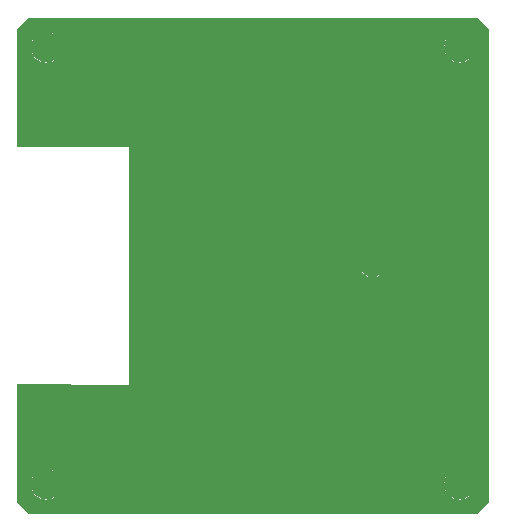
<source format=gtl>
G04 #@! TF.GenerationSoftware,KiCad,Pcbnew,7.0.7*
G04 #@! TF.CreationDate,2023-11-07T16:37:13+01:00*
G04 #@! TF.ProjectId,semkicker_gndplanes,73656d6b-6963-46b6-9572-5f676e64706c,rev?*
G04 #@! TF.SameCoordinates,Original*
G04 #@! TF.FileFunction,Copper,L1,Top*
G04 #@! TF.FilePolarity,Positive*
%FSLAX46Y46*%
G04 Gerber Fmt 4.6, Leading zero omitted, Abs format (unit mm)*
G04 Created by KiCad (PCBNEW 7.0.7) date 2023-11-07 16:37:13*
%MOMM*%
%LPD*%
G01*
G04 APERTURE LIST*
G04 #@! TA.AperFunction,ViaPad*
%ADD10C,0.800000*%
G04 #@! TD*
G04 APERTURE END LIST*
D10*
X176300000Y-104000000D03*
X180300000Y-104000000D03*
X179300000Y-104000000D03*
X175300000Y-104000000D03*
X178300000Y-104000000D03*
X181300000Y-104000000D03*
X174300000Y-104000000D03*
X177300000Y-104000000D03*
X173300000Y-104000000D03*
X176300000Y-92100000D03*
X180300000Y-92100000D03*
X179300000Y-92100000D03*
X175300000Y-92100000D03*
X178300000Y-92100000D03*
X181300000Y-92100000D03*
X174300000Y-92100000D03*
X177300000Y-92100000D03*
X173300000Y-92100000D03*
X158300000Y-102000000D03*
X158300000Y-107000000D03*
X158300000Y-101000000D03*
X158300000Y-103000000D03*
X158300000Y-108000000D03*
X158300000Y-109000000D03*
X158300000Y-104000000D03*
X158300000Y-105000000D03*
X158300000Y-106000000D03*
X172300000Y-102000000D03*
X172300000Y-107000000D03*
X172300000Y-101000000D03*
X172300000Y-103000000D03*
X172300000Y-108000000D03*
X172300000Y-109000000D03*
X172300000Y-104000000D03*
X172300000Y-105000000D03*
X172300000Y-106000000D03*
X172300000Y-88100000D03*
X172300000Y-93100000D03*
X172300000Y-87100000D03*
X172300000Y-89100000D03*
X172300000Y-94100000D03*
X172300000Y-95100000D03*
X172300000Y-90100000D03*
X172300000Y-91100000D03*
X172300000Y-92100000D03*
X158300000Y-88100000D03*
X158300000Y-93100000D03*
X158300000Y-87100000D03*
X158300000Y-89100000D03*
X158300000Y-94100000D03*
X158300000Y-95100000D03*
X158300000Y-90100000D03*
X158300000Y-91100000D03*
X158300000Y-92100000D03*
X182300000Y-116000000D03*
X180300000Y-108000000D03*
X163300000Y-118000000D03*
X186300000Y-89000000D03*
X172300000Y-110000000D03*
X167300000Y-114000000D03*
X172300000Y-100000000D03*
X169300000Y-82000000D03*
X182300000Y-85000000D03*
X186300000Y-98000000D03*
X169300000Y-118000000D03*
X155300000Y-110000000D03*
X186300000Y-111000000D03*
X169300000Y-86000000D03*
X152300000Y-80000000D03*
X180300000Y-118000000D03*
X182300000Y-117000000D03*
X165300000Y-118000000D03*
X178300000Y-78000000D03*
X165300000Y-78000000D03*
X169300000Y-78000000D03*
X154300000Y-110000000D03*
X167300000Y-110000000D03*
X166300000Y-110000000D03*
X166300000Y-100000000D03*
X170300000Y-82000000D03*
X182300000Y-108000000D03*
X154300000Y-78000000D03*
X182300000Y-111000000D03*
X186300000Y-101000000D03*
X156300000Y-118000000D03*
X186300000Y-103000000D03*
X182300000Y-99000000D03*
X177300000Y-86000000D03*
X166300000Y-96000000D03*
X186300000Y-100000000D03*
X182300000Y-89000000D03*
X172300000Y-78000000D03*
X161300000Y-100000000D03*
X168300000Y-110000000D03*
X153300000Y-82000000D03*
X168300000Y-96000000D03*
X150300000Y-114000000D03*
X186300000Y-82000000D03*
X168300000Y-86000000D03*
X173300000Y-114000000D03*
X176300000Y-82000000D03*
X179300000Y-118000000D03*
X182300000Y-94000000D03*
X148300000Y-83000000D03*
X167300000Y-118000000D03*
X182300000Y-109000000D03*
X166300000Y-82000000D03*
X171300000Y-96000000D03*
X186300000Y-91000000D03*
X172300000Y-96000000D03*
X159300000Y-78000000D03*
X186300000Y-83000000D03*
X174300000Y-110000000D03*
X177300000Y-78000000D03*
X163300000Y-114000000D03*
X158300000Y-97000000D03*
X182300000Y-96000000D03*
X164300000Y-86000000D03*
X162300000Y-82000000D03*
X151300000Y-82000000D03*
X184300000Y-82000000D03*
X181300000Y-82000000D03*
X186300000Y-87000000D03*
X177300000Y-118000000D03*
X152300000Y-109000000D03*
X167300000Y-86000000D03*
X182300000Y-98000000D03*
X186300000Y-88000000D03*
X165300000Y-110000000D03*
X173300000Y-86000000D03*
X152300000Y-82000000D03*
X186300000Y-90000000D03*
X182300000Y-95000000D03*
X176300000Y-86000000D03*
X159300000Y-96000000D03*
X158300000Y-86000000D03*
X158300000Y-118000000D03*
X164300000Y-118000000D03*
X152300000Y-79000000D03*
X175300000Y-86000000D03*
X164300000Y-110000000D03*
X182300000Y-80000000D03*
X163300000Y-78000000D03*
X179300000Y-87000000D03*
X161300000Y-78000000D03*
X186300000Y-104000000D03*
X182300000Y-107000000D03*
X148300000Y-111000000D03*
X170300000Y-96000000D03*
X163300000Y-114000000D03*
X178300000Y-110000000D03*
X182300000Y-102000000D03*
X173300000Y-118000000D03*
X171300000Y-82000000D03*
X152300000Y-117000000D03*
X161300000Y-96000000D03*
X148300000Y-84000000D03*
X182300000Y-118000000D03*
X169300000Y-96000000D03*
X152300000Y-116000000D03*
X182300000Y-81000000D03*
X180300000Y-114000000D03*
X185300000Y-82000000D03*
X182300000Y-87000000D03*
X178300000Y-114000000D03*
X186300000Y-108000000D03*
X162300000Y-78000000D03*
X148300000Y-110000000D03*
X159300000Y-114000000D03*
X168300000Y-118000000D03*
X186300000Y-97000000D03*
X160300000Y-100000000D03*
X148300000Y-82000000D03*
X170300000Y-78000000D03*
X182300000Y-84000000D03*
X153300000Y-114000000D03*
X160300000Y-96000000D03*
X175300000Y-114000000D03*
X171300000Y-110000000D03*
X184300000Y-114000000D03*
X149300000Y-109000000D03*
X182300000Y-92000000D03*
X166300000Y-114000000D03*
X166300000Y-86000000D03*
X169300000Y-114000000D03*
X186300000Y-96000000D03*
X159300000Y-82000000D03*
X163300000Y-82000000D03*
X157300000Y-110000000D03*
X172300000Y-82000000D03*
X182300000Y-79000000D03*
X181300000Y-118000000D03*
X152300000Y-118000000D03*
X182300000Y-113000000D03*
X164300000Y-114000000D03*
X148300000Y-86000000D03*
X186300000Y-94000000D03*
X163300000Y-100000000D03*
X182300000Y-106000000D03*
X186300000Y-113000000D03*
X159300000Y-110000000D03*
X164300000Y-78000000D03*
X162300000Y-118000000D03*
X158300000Y-82000000D03*
X182300000Y-82000000D03*
X161300000Y-86000000D03*
X176300000Y-110000000D03*
X150300000Y-87000000D03*
X172300000Y-98000000D03*
X156300000Y-110000000D03*
X182300000Y-97000000D03*
X172300000Y-86000000D03*
X186300000Y-110000000D03*
X182300000Y-88000000D03*
X169300000Y-100000000D03*
X160300000Y-86000000D03*
X186300000Y-95000000D03*
X180300000Y-82000000D03*
X174300000Y-78000000D03*
X151300000Y-109000000D03*
X152300000Y-78000000D03*
X173300000Y-82000000D03*
X172300000Y-114000000D03*
X150300000Y-82000000D03*
X181300000Y-89000000D03*
X186300000Y-86000000D03*
X151300000Y-114000000D03*
X153300000Y-87000000D03*
X186300000Y-112000000D03*
X175300000Y-118000000D03*
X173300000Y-110000000D03*
X160300000Y-78000000D03*
X156300000Y-82000000D03*
X172300000Y-118000000D03*
X174300000Y-114000000D03*
X179300000Y-78000000D03*
X182300000Y-101000000D03*
X148300000Y-87000000D03*
X182300000Y-78000000D03*
X160300000Y-82000000D03*
X162300000Y-100000000D03*
X171300000Y-118000000D03*
X152300000Y-81000000D03*
X182300000Y-104000000D03*
X153300000Y-118000000D03*
X182300000Y-91000000D03*
X164300000Y-82000000D03*
X162300000Y-114000000D03*
X176300000Y-118000000D03*
X178300000Y-82000000D03*
X148300000Y-114000000D03*
X158300000Y-110000000D03*
X162300000Y-110000000D03*
X186300000Y-102000000D03*
X171300000Y-78000000D03*
X175300000Y-78000000D03*
X154300000Y-86000000D03*
X148300000Y-85000000D03*
X165300000Y-100000000D03*
X154300000Y-87000000D03*
X158300000Y-78000000D03*
X162300000Y-96000000D03*
X186300000Y-99000000D03*
X182300000Y-115000000D03*
X182300000Y-114000000D03*
X175300000Y-82000000D03*
X174300000Y-78000000D03*
X161300000Y-82000000D03*
X152300000Y-115000000D03*
X152300000Y-87000000D03*
X186300000Y-93000000D03*
X155300000Y-82000000D03*
X167300000Y-78000000D03*
X152300000Y-114000000D03*
X182300000Y-83000000D03*
X157300000Y-118000000D03*
X182300000Y-93000000D03*
X171300000Y-100000000D03*
X186300000Y-85000000D03*
X182300000Y-105000000D03*
X182300000Y-110000000D03*
X154300000Y-82000000D03*
X148300000Y-112000000D03*
X178300000Y-118000000D03*
X155300000Y-118000000D03*
X156300000Y-114000000D03*
X155300000Y-78000000D03*
X170300000Y-114000000D03*
X149300000Y-87000000D03*
X148300000Y-109000000D03*
X159300000Y-100000000D03*
X149300000Y-114000000D03*
X167300000Y-100000000D03*
X166300000Y-78000000D03*
X168300000Y-78000000D03*
X171300000Y-86000000D03*
X161300000Y-118000000D03*
X182300000Y-103000000D03*
X181300000Y-114000000D03*
X170300000Y-110000000D03*
X158300000Y-114000000D03*
X174300000Y-118000000D03*
X148300000Y-113000000D03*
X157300000Y-114000000D03*
X157300000Y-118000000D03*
X165300000Y-114000000D03*
X156300000Y-86000000D03*
X171300000Y-114000000D03*
X186300000Y-105000000D03*
X182300000Y-112000000D03*
X180300000Y-78000000D03*
X177300000Y-110000000D03*
X157300000Y-82000000D03*
X157300000Y-78000000D03*
X153300000Y-109000000D03*
X180300000Y-88000000D03*
X176300000Y-78000000D03*
X185300000Y-114000000D03*
X182300000Y-90000000D03*
X168300000Y-114000000D03*
X155300000Y-114000000D03*
X181300000Y-107000000D03*
X182300000Y-100000000D03*
X163300000Y-110000000D03*
X170300000Y-118000000D03*
X168300000Y-82000000D03*
X170300000Y-100000000D03*
X186300000Y-92000000D03*
X160300000Y-114000000D03*
X165300000Y-82000000D03*
X168300000Y-100000000D03*
X157300000Y-114000000D03*
X186300000Y-114000000D03*
X186300000Y-107000000D03*
X179300000Y-114000000D03*
X178300000Y-86000000D03*
X179300000Y-109000000D03*
X174300000Y-82000000D03*
X163300000Y-96000000D03*
X169300000Y-110000000D03*
X162300000Y-86000000D03*
X150300000Y-109000000D03*
X181300000Y-78000000D03*
X160300000Y-110000000D03*
X167300000Y-96000000D03*
X179300000Y-82000000D03*
X172300000Y-97000000D03*
X174300000Y-86000000D03*
X154300000Y-118000000D03*
X186300000Y-106000000D03*
X172300000Y-99000000D03*
X173300000Y-78000000D03*
X159300000Y-118000000D03*
X186300000Y-84000000D03*
X161300000Y-110000000D03*
X154300000Y-109000000D03*
X165300000Y-86000000D03*
X166300000Y-118000000D03*
X158300000Y-100000000D03*
X158300000Y-99000000D03*
X167300000Y-82000000D03*
X165300000Y-96000000D03*
X161300000Y-114000000D03*
X176300000Y-114000000D03*
X186300000Y-109000000D03*
X164300000Y-96000000D03*
X162300000Y-100000000D03*
X175300000Y-110000000D03*
X158300000Y-96000000D03*
X163300000Y-86000000D03*
X158300000Y-98000000D03*
X149300000Y-82000000D03*
X160300000Y-118000000D03*
X170300000Y-114000000D03*
X151300000Y-87000000D03*
X181300000Y-114000000D03*
X182300000Y-86000000D03*
X177300000Y-114000000D03*
X157300000Y-86000000D03*
X156300000Y-78000000D03*
X155300000Y-86000000D03*
X183300000Y-82000000D03*
X170300000Y-86000000D03*
X183300000Y-114000000D03*
X153300000Y-78000000D03*
X159300000Y-86000000D03*
X154300000Y-114000000D03*
X167300000Y-114000000D03*
X177300000Y-82000000D03*
X164300000Y-100000000D03*
G04 #@! TA.AperFunction,Conductor*
G36*
X150014846Y-115219296D02*
G01*
X150036131Y-115223049D01*
X150105744Y-115241701D01*
X150233981Y-115276062D01*
X150254282Y-115283451D01*
X150406020Y-115354208D01*
X150439915Y-115370014D01*
X150458633Y-115380821D01*
X150626418Y-115498305D01*
X150642976Y-115512199D01*
X150787800Y-115657023D01*
X150801694Y-115673581D01*
X150919178Y-115841366D01*
X150929985Y-115860084D01*
X151016545Y-116045710D01*
X151023938Y-116066022D01*
X151076950Y-116263868D01*
X151080703Y-116285154D01*
X151098554Y-116489193D01*
X151098554Y-116510807D01*
X151080703Y-116714845D01*
X151076950Y-116736131D01*
X151023938Y-116933977D01*
X151016545Y-116954289D01*
X150929985Y-117139915D01*
X150919178Y-117158633D01*
X150801694Y-117326418D01*
X150787800Y-117342976D01*
X150642976Y-117487800D01*
X150626418Y-117501694D01*
X150458633Y-117619178D01*
X150439915Y-117629985D01*
X150254289Y-117716545D01*
X150233977Y-117723938D01*
X150036131Y-117776950D01*
X150014845Y-117780703D01*
X149810807Y-117798554D01*
X149789193Y-117798554D01*
X149585154Y-117780703D01*
X149563868Y-117776950D01*
X149366022Y-117723938D01*
X149345710Y-117716545D01*
X149160084Y-117629985D01*
X149141366Y-117619178D01*
X148973581Y-117501694D01*
X148957023Y-117487800D01*
X148812199Y-117342976D01*
X148798305Y-117326418D01*
X148680821Y-117158633D01*
X148670014Y-117139915D01*
X148654208Y-117106020D01*
X148583451Y-116954282D01*
X148576061Y-116933977D01*
X148523049Y-116736131D01*
X148519296Y-116714845D01*
X148501445Y-116510807D01*
X148501445Y-116489193D01*
X148501446Y-116489192D01*
X148519296Y-116285151D01*
X148523049Y-116263868D01*
X148576063Y-116066014D01*
X148583449Y-116045721D01*
X148670015Y-115860081D01*
X148680821Y-115841366D01*
X148798305Y-115673581D01*
X148812193Y-115657029D01*
X148957029Y-115512193D01*
X148973581Y-115498305D01*
X149141366Y-115380821D01*
X149160081Y-115370015D01*
X149345721Y-115283449D01*
X149366014Y-115276063D01*
X149563868Y-115223048D01*
X149585151Y-115219296D01*
X149789198Y-115201445D01*
X149810802Y-115201445D01*
X150014846Y-115219296D01*
G37*
G04 #@! TD.AperFunction*
G04 #@! TA.AperFunction,Conductor*
G36*
X185014846Y-115219296D02*
G01*
X185036131Y-115223049D01*
X185105744Y-115241701D01*
X185233981Y-115276062D01*
X185254282Y-115283451D01*
X185406020Y-115354208D01*
X185439915Y-115370014D01*
X185458633Y-115380821D01*
X185626418Y-115498305D01*
X185642976Y-115512199D01*
X185787800Y-115657023D01*
X185801694Y-115673581D01*
X185919178Y-115841366D01*
X185929985Y-115860084D01*
X186016545Y-116045710D01*
X186023938Y-116066022D01*
X186076950Y-116263868D01*
X186080703Y-116285154D01*
X186098554Y-116489192D01*
X186098554Y-116510806D01*
X186080703Y-116714845D01*
X186076950Y-116736131D01*
X186023938Y-116933977D01*
X186016545Y-116954289D01*
X185929985Y-117139915D01*
X185919178Y-117158633D01*
X185801694Y-117326418D01*
X185787800Y-117342976D01*
X185642976Y-117487800D01*
X185626418Y-117501694D01*
X185458633Y-117619178D01*
X185439915Y-117629985D01*
X185254289Y-117716545D01*
X185233977Y-117723938D01*
X185036131Y-117776950D01*
X185014845Y-117780703D01*
X184810807Y-117798554D01*
X184789193Y-117798554D01*
X184585154Y-117780703D01*
X184563868Y-117776950D01*
X184366022Y-117723938D01*
X184345710Y-117716545D01*
X184160084Y-117629985D01*
X184141366Y-117619178D01*
X183973581Y-117501694D01*
X183957023Y-117487800D01*
X183812199Y-117342976D01*
X183798305Y-117326418D01*
X183680821Y-117158633D01*
X183670014Y-117139915D01*
X183654208Y-117106020D01*
X183583451Y-116954282D01*
X183576061Y-116933977D01*
X183523049Y-116736131D01*
X183519296Y-116714845D01*
X183501445Y-116510807D01*
X183501445Y-116489193D01*
X183501446Y-116489192D01*
X183519296Y-116285151D01*
X183523049Y-116263868D01*
X183576063Y-116066014D01*
X183583449Y-116045721D01*
X183670015Y-115860081D01*
X183680821Y-115841366D01*
X183798305Y-115673581D01*
X183812193Y-115657029D01*
X183957029Y-115512193D01*
X183973581Y-115498305D01*
X184141366Y-115380821D01*
X184160081Y-115370015D01*
X184345721Y-115283449D01*
X184366014Y-115276063D01*
X184563868Y-115223048D01*
X184585151Y-115219296D01*
X184789198Y-115201445D01*
X184810802Y-115201445D01*
X185014846Y-115219296D01*
G37*
G04 #@! TD.AperFunction*
G04 #@! TA.AperFunction,Conductor*
G36*
X177582844Y-97018508D02*
G01*
X177606672Y-97023247D01*
X177770810Y-97073038D01*
X177793258Y-97082337D01*
X177944520Y-97163188D01*
X177964731Y-97176693D01*
X178097312Y-97285499D01*
X178114500Y-97302687D01*
X178223306Y-97435268D01*
X178236811Y-97455479D01*
X178317659Y-97606733D01*
X178326962Y-97629192D01*
X178376750Y-97793321D01*
X178381492Y-97817162D01*
X178398302Y-97987845D01*
X178398302Y-98012152D01*
X178381492Y-98182836D01*
X178376750Y-98206678D01*
X178326962Y-98370807D01*
X178317659Y-98393266D01*
X178236811Y-98544520D01*
X178223306Y-98564731D01*
X178114500Y-98697312D01*
X178097312Y-98714500D01*
X177964731Y-98823306D01*
X177944520Y-98836811D01*
X177793266Y-98917659D01*
X177770807Y-98926962D01*
X177606678Y-98976750D01*
X177582837Y-98981492D01*
X177412154Y-98998302D01*
X177387847Y-98998302D01*
X177217163Y-98981492D01*
X177193321Y-98976750D01*
X177029192Y-98926962D01*
X177006736Y-98917660D01*
X176855479Y-98836811D01*
X176835268Y-98823306D01*
X176702687Y-98714500D01*
X176685499Y-98697312D01*
X176576693Y-98564731D01*
X176563188Y-98544520D01*
X176482337Y-98393258D01*
X176473037Y-98370807D01*
X176423247Y-98206672D01*
X176418508Y-98182842D01*
X176401697Y-98012152D01*
X176401697Y-97987845D01*
X176418508Y-97817153D01*
X176423247Y-97793329D01*
X176473039Y-97629185D01*
X176482335Y-97606744D01*
X176563191Y-97455473D01*
X176576693Y-97435268D01*
X176685503Y-97302682D01*
X176702682Y-97285503D01*
X176835269Y-97176692D01*
X176855473Y-97163191D01*
X177006744Y-97082335D01*
X177029185Y-97073039D01*
X177193329Y-97023247D01*
X177217155Y-97018508D01*
X177387847Y-97001697D01*
X177412153Y-97001697D01*
X177582844Y-97018508D01*
G37*
G04 #@! TD.AperFunction*
G04 #@! TA.AperFunction,Conductor*
G36*
X150014846Y-78219296D02*
G01*
X150036131Y-78223049D01*
X150105744Y-78241701D01*
X150233981Y-78276062D01*
X150254282Y-78283451D01*
X150406020Y-78354208D01*
X150439915Y-78370014D01*
X150458633Y-78380821D01*
X150626418Y-78498305D01*
X150642976Y-78512199D01*
X150787800Y-78657023D01*
X150801694Y-78673581D01*
X150919178Y-78841366D01*
X150929985Y-78860084D01*
X151016545Y-79045710D01*
X151023938Y-79066022D01*
X151076950Y-79263868D01*
X151080703Y-79285154D01*
X151098554Y-79489193D01*
X151098554Y-79510807D01*
X151080703Y-79714845D01*
X151076950Y-79736131D01*
X151023938Y-79933977D01*
X151016545Y-79954289D01*
X150929985Y-80139915D01*
X150919178Y-80158633D01*
X150801694Y-80326418D01*
X150787800Y-80342976D01*
X150642976Y-80487800D01*
X150626418Y-80501694D01*
X150458633Y-80619178D01*
X150439915Y-80629985D01*
X150254289Y-80716545D01*
X150233977Y-80723938D01*
X150036131Y-80776950D01*
X150014845Y-80780703D01*
X149810806Y-80798554D01*
X149789192Y-80798554D01*
X149585154Y-80780703D01*
X149563868Y-80776950D01*
X149366022Y-80723938D01*
X149345710Y-80716545D01*
X149160084Y-80629985D01*
X149141366Y-80619178D01*
X148973581Y-80501694D01*
X148957023Y-80487800D01*
X148812199Y-80342976D01*
X148798305Y-80326418D01*
X148680821Y-80158633D01*
X148670014Y-80139915D01*
X148654208Y-80106020D01*
X148583451Y-79954282D01*
X148576061Y-79933977D01*
X148523049Y-79736131D01*
X148519296Y-79714845D01*
X148501445Y-79510807D01*
X148501445Y-79489193D01*
X148519296Y-79285154D01*
X148523049Y-79263868D01*
X148576063Y-79066014D01*
X148583449Y-79045721D01*
X148670015Y-78860081D01*
X148680821Y-78841366D01*
X148798305Y-78673581D01*
X148812193Y-78657029D01*
X148957029Y-78512193D01*
X148973581Y-78498305D01*
X149141366Y-78380821D01*
X149160081Y-78370015D01*
X149345721Y-78283449D01*
X149366014Y-78276063D01*
X149563868Y-78223048D01*
X149585151Y-78219296D01*
X149789198Y-78201445D01*
X149810802Y-78201445D01*
X150014846Y-78219296D01*
G37*
G04 #@! TD.AperFunction*
G04 #@! TA.AperFunction,Conductor*
G36*
X185014846Y-78219296D02*
G01*
X185036131Y-78223049D01*
X185105744Y-78241701D01*
X185233981Y-78276062D01*
X185254282Y-78283451D01*
X185406020Y-78354208D01*
X185439915Y-78370014D01*
X185458633Y-78380821D01*
X185626418Y-78498305D01*
X185642976Y-78512199D01*
X185787800Y-78657023D01*
X185801694Y-78673581D01*
X185919178Y-78841366D01*
X185929985Y-78860084D01*
X186016545Y-79045710D01*
X186023938Y-79066022D01*
X186076950Y-79263868D01*
X186080703Y-79285154D01*
X186098554Y-79489193D01*
X186098554Y-79510807D01*
X186080703Y-79714845D01*
X186076950Y-79736131D01*
X186023938Y-79933977D01*
X186016545Y-79954289D01*
X185929985Y-80139915D01*
X185919178Y-80158633D01*
X185801694Y-80326418D01*
X185787800Y-80342976D01*
X185642976Y-80487800D01*
X185626418Y-80501694D01*
X185458633Y-80619178D01*
X185439915Y-80629985D01*
X185254289Y-80716545D01*
X185233977Y-80723938D01*
X185036131Y-80776950D01*
X185014845Y-80780703D01*
X184810806Y-80798554D01*
X184789192Y-80798554D01*
X184585154Y-80780703D01*
X184563868Y-80776950D01*
X184366022Y-80723938D01*
X184345710Y-80716545D01*
X184160084Y-80629985D01*
X184141366Y-80619178D01*
X183973581Y-80501694D01*
X183957023Y-80487800D01*
X183812199Y-80342976D01*
X183798305Y-80326418D01*
X183680821Y-80158633D01*
X183670014Y-80139915D01*
X183654208Y-80106020D01*
X183583451Y-79954282D01*
X183576061Y-79933977D01*
X183523049Y-79736131D01*
X183519296Y-79714845D01*
X183501445Y-79510807D01*
X183501445Y-79489193D01*
X183519296Y-79285154D01*
X183523049Y-79263868D01*
X183576063Y-79066014D01*
X183583449Y-79045721D01*
X183670015Y-78860081D01*
X183680821Y-78841366D01*
X183798305Y-78673581D01*
X183812193Y-78657029D01*
X183957029Y-78512193D01*
X183973581Y-78498305D01*
X184141366Y-78380821D01*
X184160081Y-78370015D01*
X184345721Y-78283449D01*
X184366014Y-78276063D01*
X184563868Y-78223048D01*
X184585151Y-78219296D01*
X184789198Y-78201445D01*
X184810802Y-78201445D01*
X185014846Y-78219296D01*
G37*
G04 #@! TD.AperFunction*
G04 #@! TA.AperFunction,Conductor*
G36*
X186315469Y-77020185D02*
G01*
X186336111Y-77036819D01*
X187263181Y-77963888D01*
X187296666Y-78025211D01*
X187299500Y-78051569D01*
X187299500Y-117948430D01*
X187279815Y-118015469D01*
X187263181Y-118036111D01*
X186336111Y-118963181D01*
X186274788Y-118996666D01*
X186248430Y-118999500D01*
X148351569Y-118999500D01*
X148284530Y-118979815D01*
X148263888Y-118963181D01*
X147336819Y-118036111D01*
X147303334Y-117974788D01*
X147300500Y-117948430D01*
X147300500Y-116500001D01*
X148494532Y-116500001D01*
X148514364Y-116726686D01*
X148514366Y-116726697D01*
X148573258Y-116946488D01*
X148573261Y-116946497D01*
X148669431Y-117152732D01*
X148669432Y-117152734D01*
X148799954Y-117339141D01*
X148960858Y-117500045D01*
X148960861Y-117500047D01*
X149147266Y-117630568D01*
X149353504Y-117726739D01*
X149573308Y-117785635D01*
X149720973Y-117798554D01*
X149799998Y-117805468D01*
X149800000Y-117805468D01*
X149800002Y-117805468D01*
X149879027Y-117798554D01*
X150026692Y-117785635D01*
X150246496Y-117726739D01*
X150452734Y-117630568D01*
X150639139Y-117500047D01*
X150800047Y-117339139D01*
X150930568Y-117152734D01*
X151026739Y-116946496D01*
X151085635Y-116726692D01*
X151105468Y-116500001D01*
X183494532Y-116500001D01*
X183514364Y-116726686D01*
X183514366Y-116726697D01*
X183573258Y-116946488D01*
X183573261Y-116946497D01*
X183669431Y-117152732D01*
X183669432Y-117152734D01*
X183799954Y-117339141D01*
X183960858Y-117500045D01*
X183960861Y-117500047D01*
X184147266Y-117630568D01*
X184353504Y-117726739D01*
X184573308Y-117785635D01*
X184720973Y-117798554D01*
X184799998Y-117805468D01*
X184800000Y-117805468D01*
X184800002Y-117805468D01*
X184879027Y-117798554D01*
X185026692Y-117785635D01*
X185246496Y-117726739D01*
X185452734Y-117630568D01*
X185639139Y-117500047D01*
X185800047Y-117339139D01*
X185930568Y-117152734D01*
X186026739Y-116946496D01*
X186085635Y-116726692D01*
X186105468Y-116500000D01*
X186104522Y-116489192D01*
X186086671Y-116285154D01*
X186085635Y-116273308D01*
X186026739Y-116053504D01*
X185930568Y-115847266D01*
X185800047Y-115660861D01*
X185800045Y-115660858D01*
X185639141Y-115499954D01*
X185452734Y-115369432D01*
X185452732Y-115369431D01*
X185246497Y-115273261D01*
X185246488Y-115273258D01*
X185026697Y-115214366D01*
X185026693Y-115214365D01*
X185026692Y-115214365D01*
X185026691Y-115214364D01*
X185026686Y-115214364D01*
X184800002Y-115194532D01*
X184799998Y-115194532D01*
X184573313Y-115214364D01*
X184573302Y-115214366D01*
X184353511Y-115273258D01*
X184353502Y-115273261D01*
X184147267Y-115369431D01*
X184147265Y-115369432D01*
X183960858Y-115499954D01*
X183799954Y-115660858D01*
X183669432Y-115847265D01*
X183669431Y-115847267D01*
X183573261Y-116053502D01*
X183573258Y-116053511D01*
X183514366Y-116273302D01*
X183514364Y-116273313D01*
X183494532Y-116499998D01*
X183494532Y-116500001D01*
X151105468Y-116500001D01*
X151105468Y-116500000D01*
X151104522Y-116489192D01*
X151086671Y-116285154D01*
X151085635Y-116273308D01*
X151026739Y-116053504D01*
X150930568Y-115847266D01*
X150800047Y-115660861D01*
X150800045Y-115660858D01*
X150639141Y-115499954D01*
X150452734Y-115369432D01*
X150452732Y-115369431D01*
X150246497Y-115273261D01*
X150246488Y-115273258D01*
X150026697Y-115214366D01*
X150026693Y-115214365D01*
X150026692Y-115214365D01*
X150026691Y-115214364D01*
X150026686Y-115214364D01*
X149800002Y-115194532D01*
X149799998Y-115194532D01*
X149573313Y-115214364D01*
X149573302Y-115214366D01*
X149353511Y-115273258D01*
X149353502Y-115273261D01*
X149147267Y-115369431D01*
X149147265Y-115369432D01*
X148960858Y-115499954D01*
X148799954Y-115660858D01*
X148669432Y-115847265D01*
X148669431Y-115847267D01*
X148573261Y-116053502D01*
X148573258Y-116053511D01*
X148514366Y-116273302D01*
X148514364Y-116273313D01*
X148494532Y-116499998D01*
X148494532Y-116500001D01*
X147300500Y-116500001D01*
X147300500Y-108125317D01*
X147320185Y-108058278D01*
X147372989Y-108012523D01*
X147425803Y-108001324D01*
X156439453Y-108096204D01*
X156799999Y-108100000D01*
X156800000Y-108100000D01*
X156800000Y-98000000D01*
X176394659Y-98000000D01*
X176413975Y-98196129D01*
X176413976Y-98196132D01*
X176466963Y-98370807D01*
X176471188Y-98384733D01*
X176564086Y-98558532D01*
X176564090Y-98558539D01*
X176689116Y-98710883D01*
X176841460Y-98835909D01*
X176841467Y-98835913D01*
X177015266Y-98928811D01*
X177015269Y-98928811D01*
X177015273Y-98928814D01*
X177203868Y-98986024D01*
X177400000Y-99005341D01*
X177596132Y-98986024D01*
X177784727Y-98928814D01*
X177794823Y-98923418D01*
X177958532Y-98835913D01*
X177958538Y-98835910D01*
X178110883Y-98710883D01*
X178235910Y-98558538D01*
X178328814Y-98384727D01*
X178386024Y-98196132D01*
X178405341Y-98000000D01*
X178386024Y-97803868D01*
X178328814Y-97615273D01*
X178328811Y-97615269D01*
X178328811Y-97615266D01*
X178235913Y-97441467D01*
X178235909Y-97441460D01*
X178110883Y-97289116D01*
X177958539Y-97164090D01*
X177958532Y-97164086D01*
X177784733Y-97071188D01*
X177784727Y-97071186D01*
X177596132Y-97013976D01*
X177596129Y-97013975D01*
X177400000Y-96994659D01*
X177203870Y-97013975D01*
X177015266Y-97071188D01*
X176841467Y-97164086D01*
X176841460Y-97164090D01*
X176689116Y-97289116D01*
X176564090Y-97441460D01*
X176564086Y-97441467D01*
X176471188Y-97615266D01*
X176413975Y-97803870D01*
X176394659Y-98000000D01*
X156800000Y-98000000D01*
X156800000Y-88000000D01*
X147424500Y-88000000D01*
X147357461Y-87980315D01*
X147311706Y-87927511D01*
X147300500Y-87876000D01*
X147300500Y-79500001D01*
X148494532Y-79500001D01*
X148514364Y-79726686D01*
X148514366Y-79726697D01*
X148573258Y-79946488D01*
X148573261Y-79946497D01*
X148669431Y-80152732D01*
X148669432Y-80152734D01*
X148799954Y-80339141D01*
X148960858Y-80500045D01*
X148960861Y-80500047D01*
X149147266Y-80630568D01*
X149353504Y-80726739D01*
X149573308Y-80785635D01*
X149720973Y-80798554D01*
X149799998Y-80805468D01*
X149800000Y-80805468D01*
X149800002Y-80805468D01*
X149879027Y-80798554D01*
X150026692Y-80785635D01*
X150246496Y-80726739D01*
X150452734Y-80630568D01*
X150639139Y-80500047D01*
X150800047Y-80339139D01*
X150930568Y-80152734D01*
X151026739Y-79946496D01*
X151085635Y-79726692D01*
X151105468Y-79500001D01*
X183494532Y-79500001D01*
X183514364Y-79726686D01*
X183514366Y-79726697D01*
X183573258Y-79946488D01*
X183573261Y-79946497D01*
X183669431Y-80152732D01*
X183669432Y-80152734D01*
X183799954Y-80339141D01*
X183960858Y-80500045D01*
X183960861Y-80500047D01*
X184147266Y-80630568D01*
X184353504Y-80726739D01*
X184573308Y-80785635D01*
X184720973Y-80798554D01*
X184799998Y-80805468D01*
X184800000Y-80805468D01*
X184800002Y-80805468D01*
X184879027Y-80798554D01*
X185026692Y-80785635D01*
X185246496Y-80726739D01*
X185452734Y-80630568D01*
X185639139Y-80500047D01*
X185800047Y-80339139D01*
X185930568Y-80152734D01*
X186026739Y-79946496D01*
X186085635Y-79726692D01*
X186105468Y-79500000D01*
X186085635Y-79273308D01*
X186026739Y-79053504D01*
X185930568Y-78847266D01*
X185800047Y-78660861D01*
X185800045Y-78660858D01*
X185639141Y-78499954D01*
X185452734Y-78369432D01*
X185452732Y-78369431D01*
X185246497Y-78273261D01*
X185246488Y-78273258D01*
X185026697Y-78214366D01*
X185026693Y-78214365D01*
X185026692Y-78214365D01*
X185026691Y-78214364D01*
X185026686Y-78214364D01*
X184800002Y-78194532D01*
X184799998Y-78194532D01*
X184573313Y-78214364D01*
X184573302Y-78214366D01*
X184353511Y-78273258D01*
X184353502Y-78273261D01*
X184147267Y-78369431D01*
X184147265Y-78369432D01*
X183960858Y-78499954D01*
X183799954Y-78660858D01*
X183669432Y-78847265D01*
X183669431Y-78847267D01*
X183573261Y-79053502D01*
X183573258Y-79053511D01*
X183514366Y-79273302D01*
X183514364Y-79273313D01*
X183494532Y-79499998D01*
X183494532Y-79500001D01*
X151105468Y-79500001D01*
X151105468Y-79500000D01*
X151085635Y-79273308D01*
X151026739Y-79053504D01*
X150930568Y-78847266D01*
X150800047Y-78660861D01*
X150800045Y-78660858D01*
X150639141Y-78499954D01*
X150452734Y-78369432D01*
X150452732Y-78369431D01*
X150246497Y-78273261D01*
X150246488Y-78273258D01*
X150026697Y-78214366D01*
X150026693Y-78214365D01*
X150026692Y-78214365D01*
X150026691Y-78214364D01*
X150026686Y-78214364D01*
X149800002Y-78194532D01*
X149799998Y-78194532D01*
X149573313Y-78214364D01*
X149573302Y-78214366D01*
X149353511Y-78273258D01*
X149353502Y-78273261D01*
X149147267Y-78369431D01*
X149147265Y-78369432D01*
X148960858Y-78499954D01*
X148799954Y-78660858D01*
X148669432Y-78847265D01*
X148669431Y-78847267D01*
X148573261Y-79053502D01*
X148573258Y-79053511D01*
X148514366Y-79273302D01*
X148514364Y-79273313D01*
X148494532Y-79499998D01*
X148494532Y-79500001D01*
X147300500Y-79500001D01*
X147300500Y-78051569D01*
X147320185Y-77984530D01*
X147336819Y-77963888D01*
X148263888Y-77036819D01*
X148325211Y-77003334D01*
X148351569Y-77000500D01*
X186248430Y-77000500D01*
X186315469Y-77020185D01*
G37*
G04 #@! TD.AperFunction*
M02*

</source>
